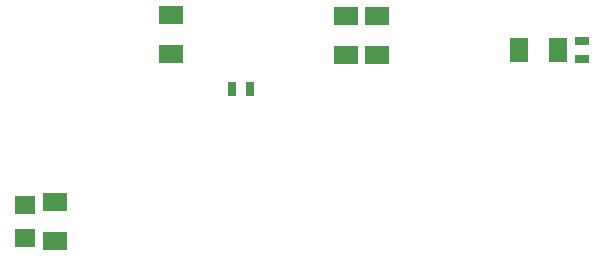
<source format=gtp>
G04 (created by PCBNEW (2013-07-07 BZR 4022)-stable) date 04/02/2014 10:01:15 AM*
%MOIN*%
G04 Gerber Fmt 3.4, Leading zero omitted, Abs format*
%FSLAX34Y34*%
G01*
G70*
G90*
G04 APERTURE LIST*
%ADD10C,0.00590551*%
%ADD11R,0.08X0.06*%
%ADD12R,0.045X0.025*%
%ADD13R,0.0709X0.0629*%
%ADD14R,0.06X0.08*%
%ADD15R,0.025X0.045*%
G04 APERTURE END LIST*
G54D10*
G54D11*
X34510Y-12370D03*
X34510Y-11070D03*
G54D12*
X48220Y-11930D03*
X48220Y-12530D03*
G54D11*
X41390Y-11120D03*
X41390Y-12420D03*
X30650Y-17300D03*
X30650Y-18600D03*
G54D13*
X29650Y-17391D03*
X29650Y-18509D03*
G54D14*
X47420Y-12250D03*
X46120Y-12250D03*
G54D11*
X40360Y-12420D03*
X40360Y-11120D03*
G54D15*
X37150Y-13550D03*
X36550Y-13550D03*
M02*

</source>
